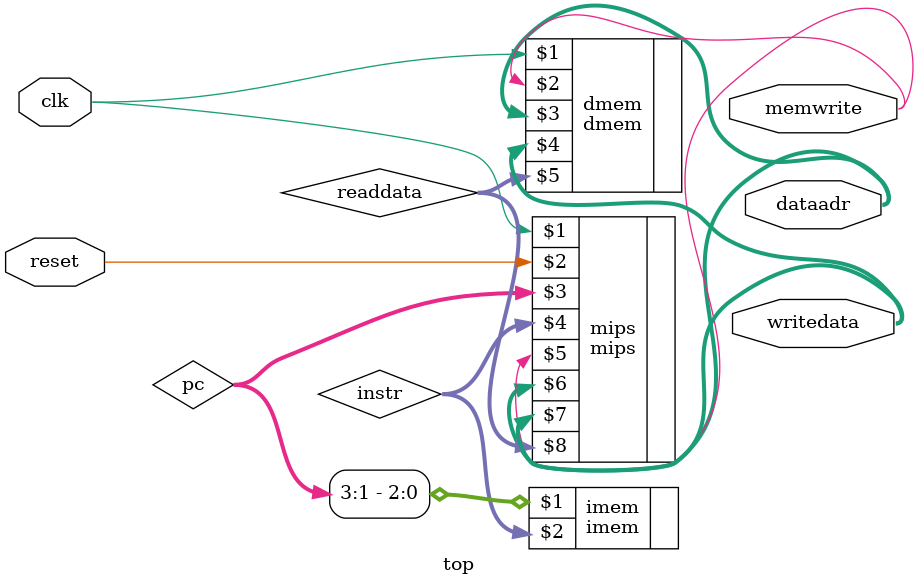
<source format=v>
module top (input clk, reset,output [15:0] writedata, dataadr,output memwrite);
wire [15:0] pc, instr, readdata;
// instantiate processor and memories
mips mips (clk, reset, pc, instr, memwrite, dataadr,
writedata, readdata);
imem imem (pc[3:1], instr);
dmem dmem (clk, memwrite, dataadr, writedata,readdata);
endmodule
</source>
